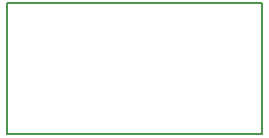
<source format=gm1>
%FSLAX25Y25*%
%MOIN*%
G70*
G01*
G75*
G04 Layer_Color=16711935*
%ADD10R,0.25197X0.22835*%
%ADD11R,0.08661X0.03150*%
%ADD12O,0.02362X0.07087*%
%ADD13C,0.04000*%
%ADD14C,0.01000*%
%ADD15C,0.07874*%
%ADD16O,0.03937X0.05906*%
%ADD17O,0.05906X0.03937*%
%ADD18C,0.04500*%
%ADD19R,0.03543X0.02756*%
%ADD20R,0.02756X0.03543*%
%ADD21R,0.02362X0.04528*%
%ADD22C,0.02362*%
%ADD23C,0.00984*%
%ADD24C,0.00787*%
%ADD25C,0.00600*%
%ADD26R,0.25997X0.23635*%
%ADD27R,0.08898X0.03386*%
%ADD28O,0.03162X0.07887*%
%ADD29C,0.08674*%
%ADD30O,0.04737X0.06706*%
%ADD31O,0.06706X0.04737*%
%ADD32C,0.05300*%
%ADD33R,0.04343X0.03556*%
%ADD34R,0.03556X0.04343*%
%ADD35R,0.03162X0.05328*%
%ADD36C,0.00500*%
D36*
X85000Y0D02*
Y43500D01*
X0D02*
X85000D01*
X0Y0D02*
Y43500D01*
Y0D02*
X85000D01*
M02*

</source>
